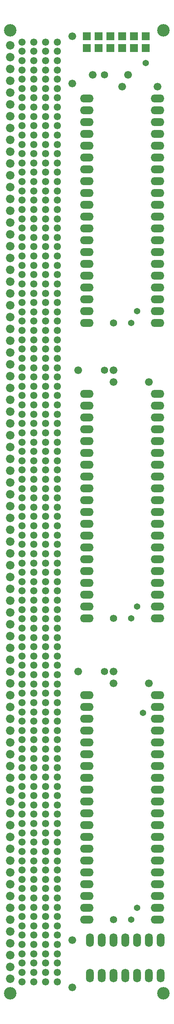
<source format=gbr>
G04 DesignSpark PCB Gerber Version 13.0 Build *
%FSLAX35Y35*%
%MOIN*%
%ADD79O,0.06600X0.11600*%
%ADD76R,0.06600X0.06600*%
%ADD72C,0.05400*%
%ADD78C,0.06112*%
%ADD29C,0.06200*%
%ADD77C,0.06600*%
%ADD75C,0.07214*%
%ADD73C,0.10600*%
%ADD74O,0.11600X0.06600*%
X0Y0D02*
D02*
D29*
X99221Y282888D03*
Y537888D03*
Y787888D03*
X106721Y72888D03*
Y327888D03*
Y577888D03*
D02*
D72*
X121721Y72888D03*
Y327888D03*
Y577888D03*
X126721Y82888D03*
Y337888D03*
Y587888D03*
X131721Y247888D03*
X134221Y797888D03*
D02*
D73*
X19221Y10388D03*
Y825388D03*
X149221Y10388D03*
Y825388D03*
D02*
D74*
X84221Y72888D03*
Y82888D03*
Y92888D03*
Y102888D03*
Y112888D03*
Y122888D03*
Y132888D03*
Y142888D03*
Y152888D03*
Y162888D03*
Y172888D03*
Y182888D03*
Y192888D03*
Y202888D03*
Y212888D03*
Y222888D03*
Y232888D03*
Y242888D03*
Y252888D03*
Y262888D03*
Y327888D03*
Y337888D03*
Y347888D03*
Y357888D03*
Y367888D03*
Y377888D03*
Y387888D03*
Y397888D03*
Y407888D03*
Y417888D03*
Y427888D03*
Y437888D03*
Y447888D03*
Y457888D03*
Y467888D03*
Y477888D03*
Y487888D03*
Y497888D03*
Y507888D03*
Y517888D03*
Y577888D03*
Y587888D03*
Y597888D03*
Y607888D03*
Y617888D03*
Y627888D03*
Y637888D03*
Y647888D03*
Y657888D03*
Y667888D03*
Y677888D03*
Y687888D03*
Y697888D03*
Y707888D03*
Y717888D03*
Y727888D03*
Y737888D03*
Y747888D03*
Y757888D03*
Y767888D03*
X144221Y72888D03*
Y82888D03*
Y92888D03*
Y102888D03*
Y112888D03*
Y122888D03*
Y132888D03*
Y142888D03*
Y152888D03*
Y162888D03*
Y172888D03*
Y182888D03*
Y192888D03*
Y202888D03*
Y212888D03*
Y222888D03*
Y232888D03*
Y242888D03*
Y252888D03*
Y262888D03*
Y327888D03*
Y337888D03*
Y347888D03*
Y357888D03*
Y367888D03*
Y377888D03*
Y387888D03*
Y397888D03*
Y407888D03*
Y417888D03*
Y427888D03*
Y437888D03*
Y447888D03*
Y457888D03*
Y467888D03*
Y477888D03*
Y487888D03*
Y497888D03*
Y507888D03*
Y517888D03*
Y577888D03*
Y587888D03*
Y597888D03*
Y607888D03*
Y617888D03*
Y627888D03*
Y637888D03*
Y647888D03*
Y657888D03*
Y667888D03*
Y677888D03*
Y687888D03*
Y697888D03*
Y707888D03*
Y717888D03*
Y727888D03*
Y737888D03*
Y747888D03*
Y757888D03*
Y767888D03*
D02*
D75*
X19221Y22888D03*
Y32888D03*
Y42888D03*
Y52888D03*
Y62888D03*
Y72888D03*
Y82888D03*
Y92888D03*
Y102888D03*
Y112888D03*
Y122888D03*
Y132888D03*
Y142888D03*
Y152888D03*
Y162888D03*
Y172888D03*
Y182888D03*
Y192888D03*
Y202888D03*
Y212888D03*
Y222888D03*
Y232888D03*
Y242888D03*
Y252888D03*
Y262888D03*
Y272888D03*
Y282888D03*
Y292888D03*
Y302888D03*
Y312888D03*
Y322888D03*
Y332888D03*
Y342888D03*
Y352888D03*
Y362888D03*
Y372888D03*
Y382888D03*
Y392888D03*
Y402888D03*
Y412888D03*
Y422888D03*
Y432888D03*
Y442888D03*
Y452888D03*
Y462888D03*
Y472888D03*
Y482888D03*
Y492888D03*
Y502888D03*
Y512888D03*
Y522888D03*
Y532888D03*
Y542888D03*
Y552888D03*
Y562888D03*
Y572888D03*
Y582888D03*
Y592888D03*
Y602888D03*
Y612888D03*
Y622888D03*
Y632888D03*
Y642888D03*
Y652888D03*
Y662888D03*
Y672888D03*
Y682888D03*
Y692888D03*
Y702888D03*
Y712888D03*
Y722888D03*
Y732888D03*
Y742888D03*
Y752888D03*
Y762888D03*
Y772888D03*
Y782888D03*
Y792888D03*
Y802888D03*
Y812888D03*
D02*
D76*
X84221Y810388D03*
Y820388D03*
X94221Y810388D03*
Y820388D03*
X104221Y810388D03*
Y820388D03*
X114221Y810388D03*
Y820388D03*
X124221Y810388D03*
Y820388D03*
X134221Y810388D03*
Y820388D03*
D02*
D77*
X71721Y15388D03*
Y55388D03*
Y780388D03*
Y820388D03*
X76721Y282888D03*
Y537888D03*
X89221Y787888D03*
X106721Y272888D03*
Y282888D03*
Y527888D03*
Y537888D03*
X114221Y777888D03*
X119221Y787888D03*
X136721Y272888D03*
Y527888D03*
X144221Y777888D03*
D02*
D78*
X29221Y20250D03*
Y28124D03*
Y35998D03*
Y43872D03*
Y51746D03*
Y59620D03*
Y67494D03*
Y75368D03*
Y83242D03*
Y91116D03*
Y98990D03*
Y106864D03*
Y114738D03*
Y122612D03*
Y130486D03*
Y138360D03*
Y146234D03*
Y154108D03*
Y161982D03*
Y169856D03*
Y177730D03*
Y185604D03*
Y193478D03*
Y201352D03*
Y209226D03*
Y217100D03*
Y224974D03*
Y232848D03*
Y240722D03*
Y248596D03*
Y256470D03*
Y264344D03*
Y272219D03*
Y280093D03*
Y287967D03*
Y295841D03*
Y303715D03*
Y311589D03*
Y319463D03*
Y327337D03*
Y335211D03*
Y343085D03*
Y350959D03*
Y358833D03*
Y366707D03*
Y374581D03*
Y382455D03*
Y390329D03*
Y398203D03*
Y406077D03*
Y413951D03*
Y421825D03*
Y429699D03*
Y437573D03*
Y445447D03*
Y453321D03*
Y461195D03*
Y469069D03*
Y476943D03*
Y484817D03*
Y492691D03*
Y500565D03*
Y508439D03*
Y516313D03*
Y524187D03*
Y532061D03*
Y539935D03*
Y547809D03*
Y555683D03*
Y563557D03*
Y571431D03*
Y579305D03*
Y587179D03*
Y595053D03*
Y602927D03*
Y610801D03*
Y618675D03*
Y626549D03*
Y634423D03*
Y642297D03*
Y650171D03*
Y658045D03*
Y665919D03*
Y673793D03*
Y681667D03*
Y689541D03*
Y697415D03*
Y705289D03*
Y713163D03*
Y721037D03*
Y728911D03*
Y736785D03*
Y744659D03*
Y752533D03*
Y760407D03*
Y768281D03*
Y776156D03*
Y784030D03*
Y791904D03*
Y799778D03*
Y807652D03*
Y815526D03*
X39221Y20250D03*
Y28124D03*
Y35998D03*
Y43872D03*
Y51746D03*
Y59620D03*
Y67494D03*
Y75368D03*
Y83242D03*
Y91116D03*
Y98990D03*
Y106864D03*
Y114738D03*
Y122612D03*
Y130486D03*
Y138360D03*
Y146234D03*
Y154108D03*
Y161982D03*
Y169856D03*
Y177730D03*
Y185604D03*
Y193478D03*
Y201352D03*
Y209226D03*
Y217100D03*
Y224974D03*
Y232848D03*
Y240722D03*
Y248596D03*
Y256470D03*
Y264344D03*
Y272219D03*
Y280093D03*
Y287967D03*
Y295841D03*
Y303715D03*
Y311589D03*
Y319463D03*
Y327337D03*
Y335211D03*
Y343085D03*
Y350959D03*
Y358833D03*
Y366707D03*
Y374581D03*
Y382455D03*
Y390329D03*
Y398203D03*
Y406077D03*
Y413951D03*
Y421825D03*
Y429699D03*
Y437573D03*
Y445447D03*
Y453321D03*
Y461195D03*
Y469069D03*
Y476943D03*
Y484817D03*
Y492691D03*
Y500565D03*
Y508439D03*
Y516313D03*
Y524187D03*
Y532061D03*
Y539935D03*
Y547809D03*
Y555683D03*
Y563557D03*
Y571431D03*
Y579305D03*
Y587179D03*
Y595053D03*
Y602927D03*
Y610801D03*
Y618675D03*
Y626549D03*
Y634423D03*
Y642297D03*
Y650171D03*
Y658045D03*
Y665919D03*
Y673793D03*
Y681667D03*
Y689541D03*
Y697415D03*
Y705289D03*
Y713163D03*
Y721037D03*
Y728911D03*
Y736785D03*
Y744659D03*
Y752533D03*
Y760407D03*
Y768281D03*
Y776156D03*
Y784030D03*
Y791904D03*
Y799778D03*
Y807652D03*
Y815526D03*
X49221Y20250D03*
Y28124D03*
Y35998D03*
Y43872D03*
Y51746D03*
Y59620D03*
Y67494D03*
Y75368D03*
Y83242D03*
Y91116D03*
Y98990D03*
Y106864D03*
Y114738D03*
Y122612D03*
Y130486D03*
Y138360D03*
Y146234D03*
Y154108D03*
Y161982D03*
Y169856D03*
Y177730D03*
Y185604D03*
Y193478D03*
Y201352D03*
Y209226D03*
Y217100D03*
Y224974D03*
Y232848D03*
Y240722D03*
Y248596D03*
Y256470D03*
Y264344D03*
Y272219D03*
Y280093D03*
Y287967D03*
Y295841D03*
Y303715D03*
Y311589D03*
Y319463D03*
Y327337D03*
Y335211D03*
Y343085D03*
Y350959D03*
Y358833D03*
Y366707D03*
Y374581D03*
Y382455D03*
Y390329D03*
Y398203D03*
Y406077D03*
Y413951D03*
Y421825D03*
Y429699D03*
Y437573D03*
Y445447D03*
Y453321D03*
Y461195D03*
Y469069D03*
Y476943D03*
Y484817D03*
Y492691D03*
Y500565D03*
Y508439D03*
Y516313D03*
Y524187D03*
Y532061D03*
Y539935D03*
Y547809D03*
Y555683D03*
Y563557D03*
Y571431D03*
Y579305D03*
Y587179D03*
Y595053D03*
Y602927D03*
Y610801D03*
Y618675D03*
Y626549D03*
Y634423D03*
Y642297D03*
Y650171D03*
Y658045D03*
Y665919D03*
Y673793D03*
Y681667D03*
Y689541D03*
Y697415D03*
Y705289D03*
Y713163D03*
Y721037D03*
Y728911D03*
Y736785D03*
Y744659D03*
Y752533D03*
Y760407D03*
Y768281D03*
Y776156D03*
Y784030D03*
Y791904D03*
Y799778D03*
Y807652D03*
Y815526D03*
X59221Y20250D03*
Y28124D03*
Y35998D03*
Y43872D03*
Y51746D03*
Y59620D03*
Y67494D03*
Y75368D03*
Y83242D03*
Y91116D03*
Y98990D03*
Y106864D03*
Y114738D03*
Y122612D03*
Y130486D03*
Y138360D03*
Y146234D03*
Y154108D03*
Y161982D03*
Y169856D03*
Y177730D03*
Y185604D03*
Y193478D03*
Y201352D03*
Y209226D03*
Y217100D03*
Y224974D03*
Y232848D03*
Y240722D03*
Y248596D03*
Y256470D03*
Y264344D03*
Y272219D03*
Y280093D03*
Y287967D03*
Y295841D03*
Y303715D03*
Y311589D03*
Y319463D03*
Y327337D03*
Y335211D03*
Y343085D03*
Y350959D03*
Y358833D03*
Y366707D03*
Y374581D03*
Y382455D03*
Y390329D03*
Y398203D03*
Y406077D03*
Y413951D03*
Y421825D03*
Y429699D03*
Y437573D03*
Y445447D03*
Y453321D03*
Y461195D03*
Y469069D03*
Y476943D03*
Y484817D03*
Y492691D03*
Y500565D03*
Y508439D03*
Y516313D03*
Y524187D03*
Y532061D03*
Y539935D03*
Y547809D03*
Y555683D03*
Y563557D03*
Y571431D03*
Y579305D03*
Y587179D03*
Y595053D03*
Y602927D03*
Y610801D03*
Y618675D03*
Y626549D03*
Y634423D03*
Y642297D03*
Y650171D03*
Y658045D03*
Y665919D03*
Y673793D03*
Y681667D03*
Y689541D03*
Y697415D03*
Y705289D03*
Y713163D03*
Y721037D03*
Y728911D03*
Y736785D03*
Y744659D03*
Y752533D03*
Y760407D03*
Y768281D03*
Y776156D03*
Y784030D03*
Y791904D03*
Y799778D03*
Y807652D03*
Y815526D03*
D02*
D79*
X86721Y25388D03*
Y55388D03*
X96721Y25388D03*
Y55388D03*
X106721Y25388D03*
Y55388D03*
X116721Y25388D03*
Y55388D03*
X126721Y25388D03*
Y55388D03*
X136721Y25388D03*
Y55388D03*
X146721Y25388D03*
Y55388D03*
X0Y0D02*
M02*

</source>
